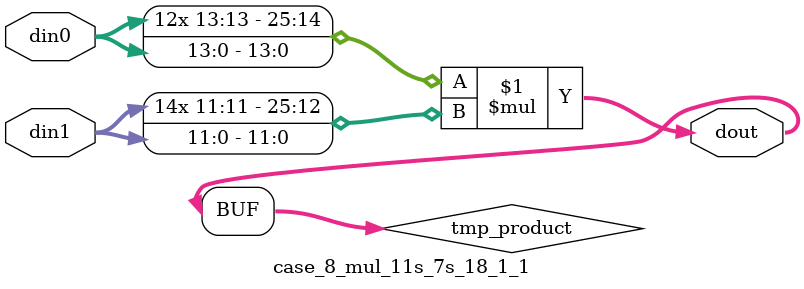
<source format=v>

`timescale 1 ns / 1 ps

 (* use_dsp = "no" *)  module case_8_mul_11s_7s_18_1_1(din0, din1, dout);
parameter ID = 1;
parameter NUM_STAGE = 0;
parameter din0_WIDTH = 14;
parameter din1_WIDTH = 12;
parameter dout_WIDTH = 26;

input [din0_WIDTH - 1 : 0] din0; 
input [din1_WIDTH - 1 : 0] din1; 
output [dout_WIDTH - 1 : 0] dout;

wire signed [dout_WIDTH - 1 : 0] tmp_product;



























assign tmp_product = $signed(din0) * $signed(din1);








assign dout = tmp_product;





















endmodule

</source>
